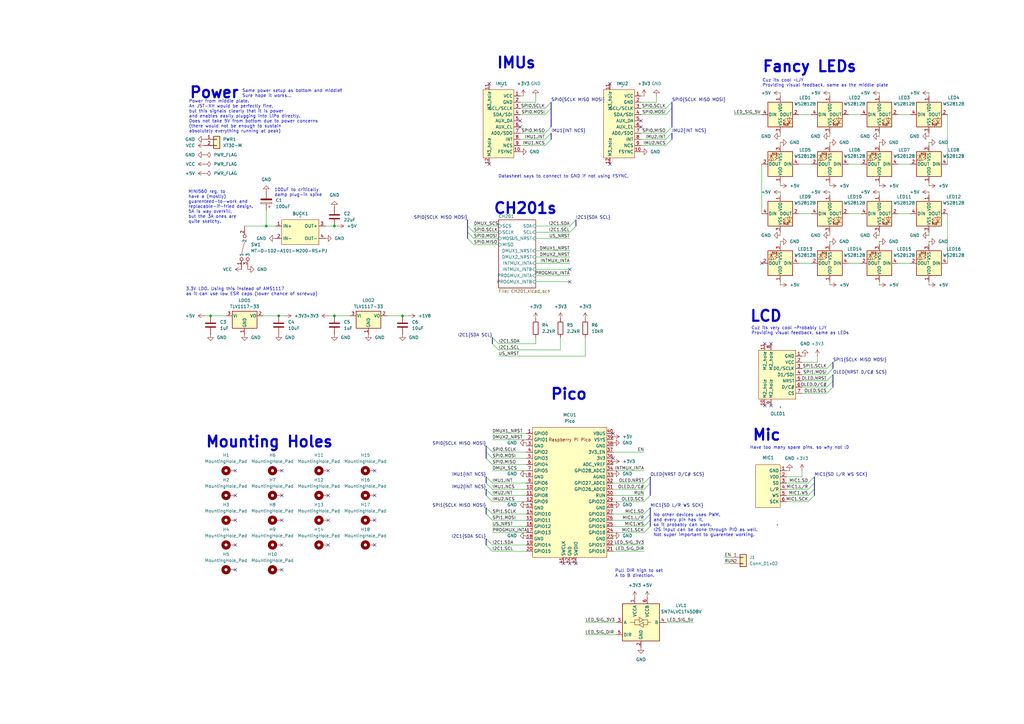
<source format=kicad_sch>
(kicad_sch (version 20231120) (generator "eeschema") (generator_version "8.0")
  (paper "A3")
  (junction (at 137.16 129.54))
  (junction (at 137.16 92.71))
  (junction (at 109.22 92.71))
  (junction (at 165.1 129.54))
  (junction (at 86.36 129.54))
  (junction (at 114.3 129.54))
  (no_connect (at 115.57 193.04))
  (no_connect (at 153.67 213.36))
  (no_connect (at 96.52 213.36))
  (no_connect (at 134.62 203.2))
  (no_connect (at 153.67 193.04))
  (no_connect (at 200.66 34.29))
  (no_connect (at 233.68 115.57))
  (no_connect (at 312.42 107.95))
  (no_connect (at 213.36 49.53))
  (no_connect (at 115.57 223.52))
  (no_connect (at 251.46 187.96))
  (no_connect (at 316.23 140.97))
  (no_connect (at 96.52 203.2))
  (no_connect (at 236.22 231.14))
  (no_connect (at 233.68 231.14))
  (no_connect (at 96.52 223.52))
  (no_connect (at 153.67 203.2))
  (no_connect (at 313.69 140.97))
  (no_connect (at 250.19 34.29))
  (no_connect (at 134.62 193.04))
  (no_connect (at 115.57 203.2))
  (no_connect (at 115.57 213.36))
  (no_connect (at 262.89 49.53))
  (no_connect (at 200.66 67.31))
  (no_connect (at 96.52 193.04))
  (no_connect (at 153.67 223.52))
  (no_connect (at 251.46 177.8))
  (no_connect (at 233.68 110.49))
  (no_connect (at 134.62 223.52))
  (no_connect (at 231.14 231.14))
  (no_connect (at 134.62 213.36))
  (no_connect (at 213.36 52.07))
  (no_connect (at 316.23 166.37))
  (no_connect (at 262.89 52.07))
  (no_connect (at 115.57 233.68))
  (no_connect (at 96.52 233.68))
  (no_connect (at 250.19 67.31))
  (no_connect (at 313.69 166.37))
  (bus_entry (at 341.63 148.59) (size -2.54 2.54))
  (bus_entry (at 199.39 210.82) (size 2.54 2.54))
  (bus_entry (at 334.01 198.12) (size -2.54 2.54))
  (bus_entry (at 226.06 41.91) (size -2.54 2.54))
  (bus_entry (at 275.59 41.91) (size -2.54 2.54))
  (bus_entry (at 199.39 200.66) (size 2.54 2.54))
  (bus_entry (at 226.06 52.07) (size -2.54 2.54))
  (bus_entry (at 199.39 198.12) (size 2.54 2.54))
  (bus_entry (at 199.39 203.2) (size 2.54 2.54))
  (bus_entry (at 199.39 187.96) (size 2.54 2.54))
  (bus_entry (at 275.59 57.15) (size -2.54 2.54))
  (bus_entry (at 275.59 44.45) (size -2.54 2.54))
  (bus_entry (at 236.22 92.71) (size -2.54 2.54))
  (bus_entry (at 201.93 140.97) (size 2.54 2.54))
  (bus_entry (at 339.09 161.29) (size 2.54 -2.54))
  (bus_entry (at 266.7 208.28) (size -2.54 2.54))
  (bus_entry (at 275.59 52.07) (size -2.54 2.54))
  (bus_entry (at 264.16 198.12) (size 2.54 -2.54))
  (bus_entry (at 199.39 223.52) (size 2.54 2.54))
  (bus_entry (at 226.06 54.61) (size -2.54 2.54))
  (bus_entry (at 264.16 200.66) (size 2.54 -2.54))
  (bus_entry (at 199.39 195.58) (size 2.54 2.54))
  (bus_entry (at 341.63 151.13) (size -2.54 2.54))
  (bus_entry (at 226.06 57.15) (size -2.54 2.54))
  (bus_entry (at 266.7 215.9) (size -2.54 2.54))
  (bus_entry (at 191.77 92.71) (size 2.54 2.54))
  (bus_entry (at 266.7 213.36) (size -2.54 2.54))
  (bus_entry (at 226.06 44.45) (size -2.54 2.54))
  (bus_entry (at 264.16 205.74) (size 2.54 -2.54))
  (bus_entry (at 199.39 182.88) (size 2.54 2.54))
  (bus_entry (at 191.77 97.79) (size 2.54 2.54))
  (bus_entry (at 199.39 185.42) (size 2.54 2.54))
  (bus_entry (at 266.7 210.82) (size -2.54 2.54))
  (bus_entry (at 339.09 156.21) (size 2.54 -2.54))
  (bus_entry (at 191.77 95.25) (size 2.54 2.54))
  (bus_entry (at 275.59 54.61) (size -2.54 2.54))
  (bus_entry (at 201.93 138.43) (size 2.54 2.54))
  (bus_entry (at 236.22 90.17) (size -2.54 2.54))
  (bus_entry (at 334.01 195.58) (size -2.54 2.54))
  (bus_entry (at 334.01 203.2) (size -2.54 2.54))
  (bus_entry (at 339.09 158.75) (size 2.54 -2.54))
  (bus_entry (at 334.01 200.66) (size -2.54 2.54))
  (bus_entry (at 199.39 208.28) (size 2.54 2.54))
  (bus_entry (at 199.39 220.98) (size 2.54 2.54))
  (wire (pts (xy 381 99.06) (xy 381 100.33)))
  (wire (pts (xy 213.36 54.61) (xy 223.52 54.61)))
  (wire (pts (xy 251.46 207.01) (xy 251.46 208.28)))
  (bus (pts (xy 275.59 54.61) (xy 275.59 57.15)))
  (wire (pts (xy 340.36 116.84) (xy 340.36 115.57)))
  (wire (pts (xy 201.93 180.34) (xy 215.9 180.34)))
  (wire (pts (xy 194.31 92.71) (xy 204.47 92.71)))
  (wire (pts (xy 251.46 218.44) (xy 264.16 218.44)))
  (wire (pts (xy 381 78.74) (xy 381 80.01)))
  (wire (pts (xy 320.04 99.06) (xy 320.04 100.33)))
  (wire (pts (xy 83.82 129.54) (xy 86.36 129.54)))
  (wire (pts (xy 109.22 92.71) (xy 113.03 92.71)))
  (wire (pts (xy 327.66 87.63) (xy 332.74 87.63)))
  (wire (pts (xy 201.93 203.2) (xy 215.9 203.2)))
  (wire (pts (xy 219.71 95.25) (xy 233.68 95.25)))
  (wire (pts (xy 251.46 185.42) (xy 264.16 185.42)))
  (wire (pts (xy 320.04 96.52) (xy 320.04 95.25)))
  (wire (pts (xy 340.36 99.06) (xy 340.36 100.33)))
  (wire (pts (xy 219.71 92.71) (xy 233.68 92.71)))
  (wire (pts (xy 320.04 76.2) (xy 320.04 74.93)))
  (wire (pts (xy 215.9 226.06) (xy 201.93 226.06)))
  (wire (pts (xy 251.46 205.74) (xy 264.16 205.74)))
  (wire (pts (xy 251.46 203.2) (xy 264.16 203.2)))
  (wire (pts (xy 323.85 193.04) (xy 322.58 193.04)))
  (wire (pts (xy 201.93 210.82) (xy 215.9 210.82)))
  (wire (pts (xy 360.68 55.88) (xy 360.68 54.61)))
  (wire (pts (xy 240.03 260.35) (xy 252.73 260.35)))
  (bus (pts (xy 341.63 148.59) (xy 341.63 151.13)))
  (wire (pts (xy 219.71 41.91) (xy 219.71 39.37)))
  (wire (pts (xy 360.68 116.84) (xy 360.68 115.57)))
  (wire (pts (xy 328.93 151.13) (xy 339.09 151.13)))
  (wire (pts (xy 204.47 140.97) (xy 219.71 140.97)))
  (wire (pts (xy 322.58 203.2) (xy 331.47 203.2)))
  (bus (pts (xy 191.77 90.17) (xy 191.77 92.71)))
  (wire (pts (xy 332.74 107.95) (xy 327.66 107.95)))
  (bus (pts (xy 199.39 182.88) (xy 199.39 185.42)))
  (wire (pts (xy 360.68 76.2) (xy 360.68 74.93)))
  (bus (pts (xy 334.01 195.58) (xy 334.01 198.12)))
  (wire (pts (xy 347.98 87.63) (xy 353.06 87.63)))
  (wire (pts (xy 368.3 46.99) (xy 373.38 46.99)))
  (wire (pts (xy 360.68 96.52) (xy 360.68 95.25)))
  (wire (pts (xy 86.36 129.54) (xy 92.71 129.54)))
  (wire (pts (xy 251.46 189.23) (xy 251.46 190.5)))
  (bus (pts (xy 191.77 92.71) (xy 191.77 95.25)))
  (wire (pts (xy 297.18 228.6) (xy 299.72 228.6)))
  (wire (pts (xy 335.28 148.59) (xy 335.28 146.05)))
  (wire (pts (xy 262.89 57.15) (xy 273.05 57.15)))
  (wire (pts (xy 215.9 182.88) (xy 215.9 181.61)))
  (wire (pts (xy 213.36 41.91) (xy 219.71 41.91)))
  (wire (pts (xy 219.71 110.49) (xy 233.68 110.49)))
  (wire (pts (xy 219.71 115.57) (xy 233.68 115.57)))
  (wire (pts (xy 219.71 138.43) (xy 219.71 140.97)))
  (bus (pts (xy 226.06 44.45) (xy 226.06 52.07)))
  (wire (pts (xy 328.93 195.58) (xy 328.93 193.04)))
  (wire (pts (xy 251.46 193.04) (xy 264.16 193.04)))
  (wire (pts (xy 219.71 113.03) (xy 233.68 113.03)))
  (wire (pts (xy 297.18 231.14) (xy 299.72 231.14)))
  (wire (pts (xy 201.93 177.8) (xy 215.9 177.8)))
  (bus (pts (xy 341.63 156.21) (xy 341.63 158.75)))
  (wire (pts (xy 340.36 78.74) (xy 340.36 80.01)))
  (wire (pts (xy 201.93 218.44) (xy 215.9 218.44)))
  (wire (pts (xy 328.93 156.21) (xy 339.09 156.21)))
  (wire (pts (xy 300.99 46.99) (xy 312.42 46.99)))
  (wire (pts (xy 347.98 46.99) (xy 353.06 46.99)))
  (wire (pts (xy 251.46 210.82) (xy 264.16 210.82)))
  (bus (pts (xy 266.7 208.28) (xy 266.7 210.82)))
  (wire (pts (xy 320.04 78.74) (xy 320.04 80.01)))
  (wire (pts (xy 368.3 87.63) (xy 373.38 87.63)))
  (bus (pts (xy 226.06 54.61) (xy 226.06 57.15)))
  (wire (pts (xy 213.36 57.15) (xy 223.52 57.15)))
  (wire (pts (xy 388.62 87.63) (xy 388.62 107.95)))
  (bus (pts (xy 226.06 41.91) (xy 226.06 44.45)))
  (bus (pts (xy 199.39 200.66) (xy 199.39 203.2)))
  (bus (pts (xy 266.7 195.58) (xy 266.7 198.12)))
  (bus (pts (xy 266.7 213.36) (xy 266.7 215.9)))
  (wire (pts (xy 114.3 129.54) (xy 116.84 129.54)))
  (wire (pts (xy 340.36 58.42) (xy 340.36 59.69)))
  (bus (pts (xy 199.39 195.58) (xy 199.39 198.12)))
  (wire (pts (xy 204.47 143.51) (xy 229.87 143.51)))
  (wire (pts (xy 107.95 129.54) (xy 114.3 129.54)))
  (wire (pts (xy 353.06 107.95) (xy 347.98 107.95)))
  (wire (pts (xy 100.33 92.71) (xy 109.22 92.71)))
  (wire (pts (xy 109.22 86.36) (xy 109.22 92.71)))
  (wire (pts (xy 328.93 148.59) (xy 335.28 148.59)))
  (wire (pts (xy 381 55.88) (xy 381 54.61)))
  (bus (pts (xy 334.01 198.12) (xy 334.01 200.66)))
  (wire (pts (xy 381 58.42) (xy 381 59.69)))
  (wire (pts (xy 340.36 76.2) (xy 340.36 74.93)))
  (wire (pts (xy 201.93 213.36) (xy 215.9 213.36)))
  (wire (pts (xy 219.71 107.95) (xy 233.68 107.95)))
  (wire (pts (xy 320.04 55.88) (xy 320.04 54.61)))
  (wire (pts (xy 322.58 198.12) (xy 331.47 198.12)))
  (wire (pts (xy 251.46 194.31) (xy 251.46 195.58)))
  (wire (pts (xy 201.93 200.66) (xy 215.9 200.66)))
  (bus (pts (xy 236.22 90.17) (xy 236.22 92.71)))
  (bus (pts (xy 201.93 138.43) (xy 201.93 140.97)))
  (wire (pts (xy 134.62 129.54) (xy 137.16 129.54)))
  (wire (pts (xy 340.36 96.52) (xy 340.36 95.25)))
  (wire (pts (xy 328.93 158.75) (xy 339.09 158.75)))
  (wire (pts (xy 165.1 129.54) (xy 167.64 129.54)))
  (wire (pts (xy 201.93 185.42) (xy 215.9 185.42)))
  (wire (pts (xy 194.31 97.79) (xy 204.47 97.79)))
  (wire (pts (xy 381 96.52) (xy 381 95.25)))
  (wire (pts (xy 262.89 39.37) (xy 264.16 39.37)))
  (wire (pts (xy 262.89 41.91) (xy 269.24 41.91)))
  (wire (pts (xy 251.46 200.66) (xy 264.16 200.66)))
  (wire (pts (xy 240.03 255.27) (xy 252.73 255.27)))
  (wire (pts (xy 201.93 193.04) (xy 215.9 193.04)))
  (wire (pts (xy 219.71 102.87) (xy 233.68 102.87)))
  (wire (pts (xy 381 76.2) (xy 381 74.93)))
  (wire (pts (xy 322.58 195.58) (xy 328.93 195.58)))
  (bus (pts (xy 275.59 41.91) (xy 275.59 44.45)))
  (bus (pts (xy 199.39 220.98) (xy 199.39 223.52)))
  (wire (pts (xy 251.46 226.06) (xy 264.16 226.06)))
  (bus (pts (xy 275.59 44.45) (xy 275.59 52.07)))
  (wire (pts (xy 194.31 100.33) (xy 204.47 100.33)))
  (bus (pts (xy 266.7 198.12) (xy 266.7 203.2)))
  (wire (pts (xy 330.2 146.05) (xy 328.93 146.05)))
  (wire (pts (xy 332.74 67.31) (xy 327.66 67.31)))
  (wire (pts (xy 320.04 58.42) (xy 320.04 59.69)))
  (wire (pts (xy 229.87 143.51) (xy 229.87 138.43)))
  (bus (pts (xy 199.39 185.42) (xy 199.39 187.96)))
  (wire (pts (xy 201.93 205.74) (xy 215.9 205.74)))
  (wire (pts (xy 262.89 44.45) (xy 273.05 44.45)))
  (wire (pts (xy 373.38 107.95) (xy 368.3 107.95)))
  (wire (pts (xy 213.36 59.69) (xy 223.52 59.69)))
  (wire (pts (xy 219.71 105.41) (xy 233.68 105.41)))
  (wire (pts (xy 340.36 55.88) (xy 340.36 54.61)))
  (wire (pts (xy 137.16 92.71) (xy 133.35 92.71)))
  (bus (pts (xy 334.01 200.66) (xy 334.01 203.2)))
  (wire (pts (xy 137.16 129.54) (xy 143.51 129.54)))
  (wire (pts (xy 269.24 41.91) (xy 269.24 39.37)))
  (wire (pts (xy 251.46 213.36) (xy 264.16 213.36)))
  (bus (pts (xy 199.39 208.28) (xy 199.39 210.82)))
  (wire (pts (xy 240.03 146.05) (xy 240.03 138.43)))
  (wire (pts (xy 251.46 215.9) (xy 264.16 215.9)))
  (wire (pts (xy 381 38.1) (xy 381 39.37)))
  (wire (pts (xy 201.93 187.96) (xy 215.9 187.96)))
  (wire (pts (xy 215.9 194.31) (xy 215.9 195.58)))
  (wire (pts (xy 320.04 116.84) (xy 320.04 115.57)))
  (wire (pts (xy 262.89 59.69) (xy 273.05 59.69)))
  (wire (pts (xy 328.93 161.29) (xy 339.09 161.29)))
  (wire (pts (xy 381 116.84) (xy 381 115.57)))
  (wire (pts (xy 273.05 255.27) (xy 284.48 255.27)))
  (bus (pts (xy 266.7 210.82) (xy 266.7 213.36)))
  (wire (pts (xy 251.46 179.07) (xy 251.46 180.34)))
  (wire (pts (xy 320.04 38.1) (xy 320.04 39.37)))
  (wire (pts (xy 251.46 223.52) (xy 264.16 223.52)))
  (wire (pts (xy 138.43 92.71) (xy 137.16 92.71)))
  (wire (pts (xy 213.36 46.99) (xy 223.52 46.99)))
  (wire (pts (xy 388.62 46.99) (xy 388.62 67.31)))
  (wire (pts (xy 340.36 38.1) (xy 340.36 39.37)))
  (wire (pts (xy 353.06 67.31) (xy 347.98 67.31)))
  (wire (pts (xy 215.9 219.71) (xy 215.9 220.98)))
  (wire (pts (xy 360.68 58.42) (xy 360.68 59.69)))
  (bus (pts (xy 191.77 95.25) (xy 191.77 97.79)))
  (wire (pts (xy 215.9 223.52) (xy 201.93 223.52)))
  (wire (pts (xy 262.89 54.61) (xy 273.05 54.61)))
  (wire (pts (xy 251.46 181.61) (xy 251.46 182.88)))
  (wire (pts (xy 328.93 153.67) (xy 339.09 153.67)))
  (wire (pts (xy 201.93 190.5) (xy 215.9 190.5)))
  (wire (pts (xy 327.66 46.99) (xy 332.74 46.99)))
  (wire (pts (xy 322.58 200.66) (xy 331.47 200.66)))
  (wire (pts (xy 312.42 67.31) (xy 312.42 87.63)))
  (wire (pts (xy 215.9 207.01) (xy 215.9 208.28)))
  (wire (pts (xy 194.31 95.25) (xy 204.47 95.25)))
  (wire (pts (xy 264.16 198.12) (xy 251.46 198.12)))
  (wire (pts (xy 373.38 67.31) (xy 368.3 67.31)))
  (wire (pts (xy 262.89 46.99) (xy 273.05 46.99)))
  (wire (pts (xy 213.36 44.45) (xy 223.52 44.45)))
  (wire (pts (xy 322.58 205.74) (xy 331.47 205.74)))
  (wire (pts (xy 213.36 39.37) (xy 214.63 39.37)))
  (wire (pts (xy 219.71 97.79) (xy 233.68 97.79)))
  (wire (pts (xy 158.75 129.54) (xy 165.1 129.54)))
  (wire (pts (xy 204.47 146.05) (xy 240.03 146.05)))
  (wire (pts (xy 251.46 219.71) (xy 251.46 220.98)))
  (wire (pts (xy 360.68 38.1) (xy 360.68 39.37)))
  (bus (pts (xy 341.63 153.67) (xy 341.63 156.21)))
  (wire (pts (xy 201.93 215.9) (xy 215.9 215.9)))
  (wire (pts (xy 201.93 198.12) (xy 215.9 198.12)))
  (wire (pts (xy 360.68 78.74) (xy 360.68 80.01)))
  (wire (pts (xy 360.68 99.06) (xy 360.68 100.33)))
  (text "CH201s" (at 202.184 85.598 0) (effects (font (size 4.445 4.445) (thickness 0.889) (bold yes)) (justify left)))
  (text "IMUs" (at 203.454 25.908 0) (effects (font (size 4.445 4.445) (thickness 0.889) (bold yes)) (justify left)))
  (text "No other devices uses PWM,\nand every pin has it,\nso it probably can work.\nI2S input can be done through PIO as well.\nNot super important to guarentee working." (at 267.97 215.392 0) (effects (font (size 1.27 1.27)) (justify left)))
  (text "MINI560 reg, to \nhave a (mostly) \nguarenteed-to-work and\nreplacable-if-fried design.\n5A is way overkill, \nbut the 3A ones are \nquite sketchy." (at 77.216 84.836 0) (effects (font (size 1.27 1.27)) (justify left)))
  (text "Same power setup as bottom and middle!\nSure hope it works..." (at 99.314 38.354 0) (effects (font (size 1.27 1.27)) (justify left)))
  (text "Cuz its very cool ~Probably LJY\nProviding visual feedback, same as LEDs" (at 308.102 135.636 0) (effects (font (size 1.27 1.27)) (justify left)))
  (text "Fancy LEDs" (at 312.42 27.432 0) (effects (font (size 4.445 4.445) (thickness 0.889) (bold yes)) (justify left)))
  (text "3.3V LDO. Using this instead of AMS1117\nas it can use low ESR caps (lower chance of screwup)" (at 76.2 119.634 0) (effects (font (size 1.27 1.27)) (justify left)))
  (text "Datasheet says to connect to GND if not using FSYNC." (at 231.14 72.39 0) (effects (font (size 1.27 1.27))))
  (text "Pull DIR high to set\nA to B direction." (at 252.222 235.204 0) (effects (font (size 1.27 1.27)) (justify left)))
  (text "Have too many spare pins, so why not :D" (at 307.594 183.642 0) (effects (font (size 1.27 1.27)) (justify left)))
  (text "Cuz its cool ~LJY\nProviding visual feedback, same as the middle plate" (at 312.674 34.036 0) (effects (font (size 1.27 1.27)) (justify left)))
  (text "Power" (at 77.47 38.1 0) (effects (font (size 4.445 4.445) (thickness 0.889) (bold yes)) (justify left)))
  (text "Pico" (at 225.552 161.798 0) (effects (font (size 4.445 4.445) (thickness 0.889) (bold yes)) (justify left)))
  (text "Power from middle plate.\nAn JST-XH would be perfectly fine,\nbut this signals clearly that it is power\nand enables easily plugging into LiPo directly.\nDoes not take 5V from bottom due to power concerns\n(there would not be enough to sustain\nabsolutely everything running at peak)" (at 77.47 47.752 0) (effects (font (size 1.27 1.27)) (justify left)))
  (text "100uF to critically\ndamp plug-in spike" (at 112.522 78.994 0) (effects (font (size 1.27 1.27)) (justify left)))
  (text "Mic" (at 308.356 178.562 0) (effects (font (size 4.445 4.445) (thickness 0.889) (bold yes)) (justify left)))
  (text "LCD" (at 307.34 129.794 0) (effects (font (size 4.445 4.445) (thickness 0.889) (bold yes)) (justify left)))
  (text "Mounting Holes" (at 110.49 181.356 0) (effects (font (size 4.445 4.445) (thickness 0.889) (bold yes))))
  (label "PROGMUX_INTA" (at 233.68 113.03 180))
  (label "SPI1.MOSI" (at 201.93 213.36 0))
  (label "MIC1{SD L{slash}R WS SCK}" (at 334.01 195.58 0))
  (label "SPI0.SCLK" (at 223.52 44.45 180))
  (label "IMU1{INT NCS}" (at 226.06 54.61 0))
  (label "DMUX1_NRST" (at 201.93 177.8 0))
  (label "IMU1.NCS" (at 201.93 200.66 0))
  (label "SPI0.MOSI" (at 273.05 46.99 180))
  (label "SPI0.MISO" (at 201.93 190.5 0))
  (label "LED_SIG_3V3" (at 240.03 255.27 0))
  (label "I2C1.SCL" (at 201.93 226.06 0))
  (label "DMUX2_NRST" (at 233.68 105.41 180))
  (label "DMUX1_NRST" (at 233.68 102.87 180))
  (label "I2C1.SCL" (at 233.68 95.25 180))
  (label "US_NRST" (at 204.47 146.05 0))
  (label "LED_SIG_DIR" (at 264.16 226.06 180))
  (label "EN" (at 297.18 228.6 0))
  (label "SPI0.MISO" (at 273.05 54.61 180))
  (label "INTMUX_INTA" (at 264.16 193.04 180))
  (label "SPI0.SCLK" (at 194.31 95.25 0))
  (label "SPI1.SCLK" (at 201.93 210.82 0))
  (label "OLED.NRST" (at 264.16 198.12 180))
  (label "OLED.SCS" (at 339.09 161.29 180))
  (label "MIC1.WS" (at 264.16 215.9 180))
  (label "LED_SIG_DIR" (at 240.03 260.35 0))
  (label "SPI1{SCLK MISO MOSI}" (at 341.63 148.59 0))
  (label "I2C1{SDA SCL}" (at 199.39 220.98 180))
  (label "DMUX_SCS" (at 201.93 193.04 0))
  (label "MIC1.SCK" (at 264.16 218.44 180))
  (label "SPI1.SCLK" (at 339.09 151.13 180))
  (label "I2C1.SDA" (at 233.68 92.71 180))
  (label "LED_SIG_5V" (at 284.48 255.27 180))
  (label "IMU2.INT" (at 201.93 203.2 0))
  (label "DMUX2_NRST" (at 201.93 180.34 0))
  (label "EN" (at 264.16 185.42 180))
  (label "SPI0{SCLK MISO MOSI}" (at 226.06 41.91 0))
  (label "IMU2.NCS" (at 201.93 205.74 0))
  (label "OLED{NRST D{slash}C# SCS}" (at 341.63 153.67 0))
  (label "RUN" (at 297.18 231.14 0))
  (label "I2C1{SDA SCL}" (at 201.93 138.43 180))
  (label "IMU2{INT NCS}" (at 275.59 54.61 0))
  (label "IMU1.INT" (at 223.52 57.15 180))
  (label "SPI0{SCLK MISO MOSI}" (at 275.59 41.91 0))
  (label "SPI0.SCLK" (at 273.05 44.45 180))
  (label "IMU1{INT NCS}" (at 199.39 195.58 180))
  (label "SPI0{SCLK MISO MOSI}" (at 191.77 90.17 180))
  (label "I2C1{SDA SCL}" (at 236.22 90.17 0))
  (label "I2C1.SDA" (at 204.47 140.97 0))
  (label "SPI0.MOSI" (at 223.52 46.99 180))
  (label "MIC1{SD L{slash}R WS SCK}" (at 266.7 208.28 0))
  (label "MIC1.SCK" (at 331.47 205.74 180))
  (label "IMU1.NCS" (at 223.52 59.69 180))
  (label "OLED.SCS" (at 264.16 205.74 180))
  (label "OLED{NRST D{slash}C# SCS}" (at 266.7 195.58 0))
  (label "OLED.D{slash}C#" (at 264.16 200.66 180))
  (label "IMU2{INT NCS}" (at 199.39 200.66 180))
  (label "SPI0.MISO" (at 194.31 100.33 0))
  (label "MIC1.WS" (at 331.47 203.2 180))
  (label "SPI0{SCLK MISO MOSI}" (at 199.39 182.88 180))
  (label "SPI0.MOSI" (at 201.93 187.96 0))
  (label "SPI1.MOSI" (at 339.09 153.67 180))
  (label "OLED.D{slash}C#" (at 339.09 158.75 180))
  (label "I2C1.SDA" (at 201.93 223.52 0))
  (label "SPI0.MISO" (at 223.52 54.61 180))
  (label "DMUX_SCS" (at 194.31 92.71 0))
  (label "OLED.NRST" (at 339.09 156.21 180))
  (label "US_NRST" (at 201.93 215.9 0))
  (label "LED_SIG_3V3" (at 264.16 223.52 180))
  (label "I2C1.SCL" (at 204.47 143.51 0))
  (label "MIC1.L{slash}R" (at 331.47 200.66 180))
  (label "INTMUX_INTA" (at 233.68 107.95 180))
  (label "IMU1.INT" (at 201.93 198.12 0))
  (label "PROGMUX_INTA" (at 201.93 218.44 0))
  (label "IMU2.NCS" (at 273.05 59.69 180))
  (label "MIC1.L{slash}R" (at 264.16 213.36 180))
  (label "MIC1.SD" (at 264.16 210.82 180))
  (label "SPI1{SCLK MISO MOSI}" (at 199.39 208.28 180))
  (label "RUN" (at 264.16 203.2 180))
  (label "MIC1.SD" (at 331.47 198.12 180))
  (label "IMU2.INT" (at 273.05 57.15 180))
  (label "SPI0.MOSI" (at 194.31 97.79 0))
  (label "US_NRST" (at 233.68 97.79 180))
  (label "LED_SIG_5V" (at 300.99 46.99 0))
  (label "SPI0.SCLK" (at 201.93 185.42 0))
  (symbol (lib_id "power:+5V") (at 320.04 116.84 270) (unit 1)
    (property "Reference" "#PWR067" (effects (hide yes)))
    (property "Value" "+5V" (at 323.85 116.8401 90) (effects (justify left)))
    (property "Description" "Power symbol creates a global label with name \"+5V\"" (effects (hide yes)))
  )
  (symbol (lib_id "LED:WS2812B") (at 320.04 46.99 0) (unit 1)
    (property "Reference" "LED1" (at 330.2 40.0555 0))
    (property "Value" "WS2812B" (at 330.2 42.5955 0))
    (property "Footprint" "LED_SMD:LED_WS2812B_PLCC4_5.0x5.0mm_P3.2mm" (effects (hide yes)))
    (property "Datasheet" "https://cdn-shop.adafruit.com/datasheets/WS2812B.pdf" (effects (hide yes)))
    (property "Description" "RGB LED with integrated controller" (effects (hide yes)))
  )
  (symbol (lib_id "power:+5V") (at 320.04 38.1 90) (unit 1)
    (property "Reference" "#PWR060" (effects (hide yes)))
    (property "Value" "+5V" (at 316.23 38.0999 90) (effects (justify left)))
    (property "Description" "Power symbol creates a global label with name \"+5V\"" (effects (hide yes)))
  )
  (symbol (lib_id "power:+5V") (at 134.62 129.54 90) (unit 1)
    (property "Reference" "#PWR0122" (effects (hide yes)))
    (property "Value" "+3V3" (at 130.81 129.5399 90) (effects (justify left)))
    (property "Description" "Power symbol creates a global label with name \"+5V\"" (effects (hide yes)))
  )
  (symbol (lib_id "power:+3V3") (at 167.64 129.54 270) (unit 1)
    (property "Reference" "#PWR0126" (effects (hide yes)))
    (property "Value" "+1V8" (at 171.45 129.5399 90) (effects (justify left)))
    (property "Description" "Power symbol creates a global label with name \"+3V3\"" (effects (hide yes)))
  )
  (symbol (lib_id "GY-ICM20948V2:GY-ICM20948V2") (at 257.81 52.07 270) (unit 1)
    (property "Reference" "IMU2" (at 255.27 34.29 90))
    (property "Value" "~" (at 255.27 35.56 90))
  )
  (symbol (lib_id "Mechanical:MountingHole_Pad") (at 93.98 193.04 90) (unit 1) (exclude_from_sim yes) (in_bom no)
    (property "Reference" "H1" (at 92.71 186.69 90))
    (property "Value" "MountingHole_Pad" (at 92.71 189.23 90))
    (property "Footprint" "MountingHole:MountingHole_3.2mm_M3_Pad_Via" (effects (hide yes)))
    (property "Description" "Mounting Hole with connection" (effects (hide yes)))
  )
  (symbol (lib_id "Mechanical:MountingHole_Pad") (at 132.08 213.36 90) (unit 1) (exclude_from_sim yes) (in_bom no)
    (property "Reference" "H13" (at 130.81 207.01 90))
    (property "Value" "MountingHole_Pad" (at 130.81 209.55 90))
    (property "Footprint" "MountingHole:MountingHole_2.2mm_M2_Pad_Via" (effects (hide yes)))
    (property "Description" "Mounting Hole with connection" (effects (hide yes)))
  )
  (symbol (lib_id "LED:WS2812B") (at 381 46.99 0) (unit 1)
    (property "Reference" "LED4" (at 391.16 40.0555 0))
    (property "Value" "WS2812B" (at 391.16 42.5955 0))
    (property "Footprint" "LED_SMD:LED_WS2812B_PLCC4_5.0x5.0mm_P3.2mm" (effects (hide yes)))
    (property "Datasheet" "https://cdn-shop.adafruit.com/datasheets/WS2812B.pdf" (effects (hide yes)))
    (property "Description" "RGB LED with integrated controller" (effects (hide yes)))
  )
  (symbol (lib_id "power:+12V") (at 83.82 67.31 90) (unit 1)
    (property "Reference" "#PWR083" (effects (hide yes)))
    (property "Value" "VCC" (at 80.01 67.3099 90) (effects (justify left)))
    (property "Description" "Power symbol creates a global label with name \"+12V\"" (effects (hide yes)))
  )
  (symbol (lib_id "power:+3V3") (at 260.35 245.11 0) (unit 1)
    (property "Reference" "#PWR0119" (effects (hide yes)))
    (property "Value" "+3V3" (at 260.35 240.03 0))
    (property "Description" "Power symbol creates a global label with name \"+3V3\"" (effects (hide yes)))
  )
  (symbol (lib_id "Connector_Generic:Conn_01x02") (at 88.9 57.15 0) (unit 1)
    (property "Reference" "PWR1" (at 91.44 57.1499 0) (effects (justify left)))
    (property "Value" "XT30-M" (at 91.44 59.6899 0) (effects (justify left)))
    (property "Footprint" "Connector_AMASS:AMASS_XT30U-M_1x02_P5.0mm_Vertical" (effects (hide yes)))
    (property "Description" "Generic connector, single row, 01x02, script generated (kicad-library-utils/schlib/autogen/connector/)" (effects (hide yes)))
  )
  (symbol (lib_id "Device:C") (at 137.16 88.9 0) (mirror y) (unit 1)
    (property "Reference" "C2" (at 140.97 87.6299 0) (effects (justify right)))
    (property "Value" "22uF" (at 140.97 90.1699 0) (effects (justify right)))
    (property "Footprint" "PCM_Capacitor_SMD_AKL:C_1206_3216Metric_Pad1.33x1.80mm_HandSolder" (effects (hide yes)))
    (property "Description" "Unpolarized capacitor" (effects (hide yes)))
  )
  (symbol (lib_id "custom:mini360/560") (at 123.19 95.25 0) (unit 1)
    (property "Reference" "BUCK1" (at 123.19 87.63 0))
    (property "Value" "~" (at 123.19 88.9 0))
    (property "Footprint" "custom:mini560" (effects (hide yes)))
  )
  (symbol (lib_id "power:+12V") (at 99.06 110.49 90) (mirror x) (unit 1)
    (property "Reference" "#PWR093" (effects (hide yes)))
    (property "Value" "VCC" (at 95.25 110.4899 90) (effects (justify left)))
    (property "Description" "Power symbol creates a global label with name \"+12V\"" (effects (hide yes)))
  )
  (symbol (lib_id "power:+5V") (at 381 76.2 270) (unit 1)
    (property "Reference" "#PWR099" (effects (hide yes)))
    (property "Value" "+5V" (at 384.81 76.2001 90) (effects (justify left)))
    (property "Description" "Power symbol creates a global label with name \"+5V\"" (effects (hide yes)))
  )
  (symbol (lib_id "power:GND") (at 137.16 137.16 0) (mirror y) (unit 1)
    (property "Reference" "#PWR0123" (effects (hide yes)))
    (property "Value" "GND" (at 139.7 138.4299 0) (effects (justify right)))
    (property "Description" "Power symbol creates a global label with name \"GND\" , ground" (effects (hide yes)))
  )
  (symbol (lib_id "power:GND") (at 215.9 194.31 270) (unit 1)
    (property "Reference" "#PWR02" (effects (hide yes)))
    (property "Value" "GND" (at 212.09 194.3099 90) (effects (justify right)))
    (property "Description" "Power symbol creates a global label with name \"GND\" , ground" (effects (hide yes)))
  )
  (symbol (lib_id "power:GND") (at 251.46 181.61 90) (unit 1)
    (property "Reference" "#PWR06" (effects (hide yes)))
    (property "Value" "GND" (at 255.27 181.6099 90) (effects (justify right)))
    (property "Description" "Power symbol creates a global label with name \"GND\" , ground" (effects (hide yes)))
  )
  (symbol (lib_id "Mechanical:MountingHole_Pad") (at 113.03 223.52 90) (unit 1) (exclude_from_sim yes) (in_bom no)
    (property "Reference" "H9" (at 111.76 217.17 90))
    (property "Value" "MountingHole_Pad" (at 111.76 219.71 90))
    (property "Footprint" "MountingHole:MountingHole_2.2mm_M2_Pad_Via" (effects (hide yes)))
    (property "Description" "Mounting Hole with connection" (effects (hide yes)))
  )
  (symbol (lib_id "Mechanical:MountingHole_Pad") (at 151.13 193.04 90) (unit 1) (exclude_from_sim yes) (in_bom no)
    (property "Reference" "H15" (at 149.86 186.69 90))
    (property "Value" "MountingHole_Pad" (at 149.86 189.23 90))
    (property "Footprint" "MountingHole:MountingHole_3.2mm_M3_Pad_Via" (effects (hide yes)))
    (property "Description" "Mounting Hole with connection" (effects (hide yes)))
  )
  (symbol (lib_id "LED:WS2812B") (at 340.36 46.99 0) (unit 1)
    (property "Reference" "LED2" (at 350.52 40.0555 0))
    (property "Value" "WS2812B" (at 350.52 42.5955 0))
    (property "Footprint" "LED_SMD:LED_WS2812B_PLCC4_5.0x5.0mm_P3.2mm" (effects (hide yes)))
    (property "Datasheet" "https://cdn-shop.adafruit.com/datasheets/WS2812B.pdf" (effects (hide yes)))
    (property "Description" "RGB LED with integrated controller" (effects (hide yes)))
  )
  (symbol (lib_id "power:GND") (at 113.03 97.79 270) (mirror x) (unit 1)
    (property "Reference" "#PWR0104" (effects (hide yes)))
    (property "Value" "GND" (at 109.22 97.7899 90) (effects (justify right)))
    (property "Description" "Power symbol creates a global label with name \"GND\" , ground" (effects (hide yes)))
  )
  (symbol (lib_id "power:GND") (at 83.82 63.5 270) (unit 1)
    (property "Reference" "#PWR082" (effects (hide yes)))
    (property "Value" "GND" (at 80.01 63.4999 90) (effects (justify right)))
    (property "Description" "Power symbol creates a global label with name \"GND\" , ground" (effects (hide yes)))
  )
  (symbol (lib_id "power:+5V") (at 138.43 92.71 270) (mirror x) (unit 1)
    (property "Reference" "#PWR0107" (effects (hide yes)))
    (property "Value" "+5V" (at 142.24 92.7099 90) (effects (justify left)))
    (property "Description" "Power symbol creates a global label with name \"+5V\"" (effects (hide yes)))
  )
  (symbol (lib_id "power:PWR_FLAG") (at 83.82 71.12 270) (unit 1)
    (property "Reference" "#FLG03" (effects (hide yes)))
    (property "Value" "PWR_FLAG" (at 87.63 71.1199 90) (effects (justify left)))
    (property "Description" "Special symbol for telling ERC where power comes from" (effects (hide yes)))
  )
  (symbol (lib_id "power:GND") (at 340.36 58.42 90) (mirror x) (unit 1)
    (property "Reference" "#PWR074" (effects (hide yes)))
    (property "Value" "GND" (at 344.17 58.4201 90) (effects (justify right)))
    (property "Description" "Power symbol creates a global label with name \"GND\" , ground" (effects (hide yes)))
  )
  (symbol (lib_id "power:GND") (at 86.36 137.16 0) (mirror y) (unit 1)
    (property "Reference" "#PWR068" (effects (hide yes)))
    (property "Value" "GND" (at 88.9 138.4299 0) (effects (justify right)))
    (property "Description" "Power symbol creates a global label with name \"GND\" , ground" (effects (hide yes)))
  )
  (symbol (lib_id "Device:C_Polarized") (at 109.22 82.55 180) (unit 1)
    (property "Reference" "C1" (at 113.03 82.1689 0) (effects (justify right)))
    (property "Value" "100uF" (at 113.03 84.7089 0) (effects (justify right)))
    (property "Footprint" "Capacitor_SMD:CP_Elec_6.3x7.7" (effects (hide yes)))
    (property "Description" "Polarized capacitor" (effects (hide yes)))
  )
  (symbol (lib_id "power:GND") (at 165.1 137.16 0) (mirror y) (unit 1)
    (property "Reference" "#PWR0125" (effects (hide yes)))
    (property "Value" "GND" (at 167.64 138.4299 0) (effects (justify right)))
    (property "Description" "Power symbol creates a global label with name \"GND\" , ground" (effects (hide yes)))
  )
  (symbol (lib_id "power:GND") (at 320.04 99.06 90) (mirror x) (unit 1)
    (property "Reference" "#PWR066" (effects (hide yes)))
    (property "Value" "GND" (at 323.85 99.0601 90) (effects (justify right)))
    (property "Description" "Power symbol creates a global label with name \"GND\" , ground" (effects (hide yes)))
  )
  (symbol (lib_id "LED:WS2812B") (at 381 87.63 0) (unit 1)
    (property "Reference" "LED12" (at 391.16 80.6955 0))
    (property "Value" "WS2812B" (at 391.16 83.2355 0))
    (property "Footprint" "LED_SMD:LED_WS2812B_PLCC4_5.0x5.0mm_P3.2mm" (effects (hide yes)))
    (property "Datasheet" "https://cdn-shop.adafruit.com/datasheets/WS2812B.pdf" (effects (hide yes)))
    (property "Description" "RGB LED with integrated controller" (effects (hide yes)))
  )
  (symbol (lib_id "power:GND") (at 320.04 55.88 270) (mirror x) (unit 1)
    (property "Reference" "#PWR061" (effects (hide yes)))
    (property "Value" "GND" (at 316.23 55.8799 90) (effects (justify right)))
    (property "Description" "Power symbol creates a global label with name \"GND\" , ground" (effects (hide yes)))
  )
  (symbol (lib_id "Mechanical:MountingHole_Pad") (at 93.98 223.52 90) (unit 1) (exclude_from_sim yes) (in_bom no)
    (property "Reference" "H4" (at 92.71 217.17 90))
    (property "Value" "MountingHole_Pad" (at 92.71 219.71 90))
    (property "Footprint" "MountingHole:MountingHole_2.2mm_M2_Pad_Via" (effects (hide yes)))
    (property "Description" "Mounting Hole with connection" (effects (hide yes)))
  )
  (symbol (lib_id "power:+3V3") (at 335.28 146.05 0) (unit 1)
    (property "Reference" "#PWR0131" (effects (hide yes)))
    (property "Value" "+3V3" (at 335.28 140.97 0))
    (property "Description" "Power symbol creates a global label with name \"+3V3\"" (effects (hide yes)))
  )
  (symbol (lib_id "power:GND") (at 320.04 58.42 90) (mirror x) (unit 1)
    (property "Reference" "#PWR062" (effects (hide yes)))
    (property "Value" "GND" (at 323.85 58.4201 90) (effects (justify right)))
    (property "Description" "Power symbol creates a global label with name \"GND\" , ground" (effects (hide yes)))
  )
  (symbol (lib_id "power:GND") (at 251.46 207.01 90) (unit 1)
    (property "Reference" "#PWR09" (effects (hide yes)))
    (property "Value" "GND" (at 255.27 207.0099 90) (effects (justify right)))
    (property "Description" "Power symbol creates a global label with name \"GND\" , ground" (effects (hide yes)))
  )
  (symbol (lib_id "power:PWR_FLAG") (at 83.82 67.31 270) (unit 1)
    (property "Reference" "#FLG02" (effects (hide yes)))
    (property "Value" "PWR_FLAG" (at 87.63 67.3099 90) (effects (justify left)))
    (property "Description" "Special symbol for telling ERC where power comes from" (effects (hide yes)))
  )
  (symbol (lib_id "Logic_LevelTranslator:SN74LVC1T45DBV") (at 262.89 255.27 0) (unit 1)
    (property "Reference" "LVL1" (at 279.4 248.3355 0))
    (property "Value" "SN74LVC1T45DBV" (at 279.4 250.8755 0))
    (property "Footprint" "Package_TO_SOT_SMD:SOT-23-6" (effects (hide yes)))
    (property "Datasheet" "http://www.ti.com/lit/ds/symlink/sn74lvc1t45.pdf" (effects (hide yes)))
    (property "Description" "Single-Bit Dual-Supply Bus Transceiver With Configurable Voltage Translation and 3-State Outputs, SOT-23-6" (effects (hide yes)))
  )
  (symbol (lib_id "0.96-inch OLED 7-pin:0.96-inch_OLED_7-pin") (at 318.77 153.67 270) (unit 1)
    (property "Reference" "OLED1" (at 315.976 169.672 90) (effects (justify left)))
    (property "Value" "~" (at 320.04 166.37 0) (effects (justify left)))
    (property "Footprint" "0.96-inch_OLED_7-pin:0.96-inch_OLED_7-pin" (effects (hide yes)))
  )
  (symbol (lib_id "LED:WS2812B") (at 340.36 107.95 180) (unit 1)
    (property "Reference" "LED14" (at 350.52 102.1459 0))
    (property "Value" "WS2812B" (at 350.52 104.6859 0))
    (property "Footprint" "LED_SMD:LED_WS2812B_PLCC4_5.0x5.0mm_P3.2mm" (effects (hide yes)))
    (property "Datasheet" "https://cdn-shop.adafruit.com/datasheets/WS2812B.pdf" (effects (hide yes)))
    (property "Description" "RGB LED with integrated controller" (effects (hide yes)))
  )
  (symbol (lib_id "power:+5V") (at 340.36 78.74 90) (unit 1)
    (property "Reference" "#PWR076" (effects (hide yes)))
    (property "Value" "+5V" (at 336.55 78.7399 90) (effects (justify left)))
    (property "Description" "Power symbol creates a global label with name \"+5V\"" (effects (hide yes)))
  )
  (symbol (lib_id "power:GND") (at 340.36 55.88 270) (mirror x) (unit 1)
    (property "Reference" "#PWR073" (effects (hide yes)))
    (property "Value" "GND" (at 336.55 55.8799 90) (effects (justify right)))
    (property "Description" "Power symbol creates a global label with name \"GND\" , ground" (effects (hide yes)))
  )
  (symbol (lib_id "Device:R") (at 240.03 134.62 0) (unit 1)
    (property "Reference" "R6" (at 242.57 133.3499 0) (effects (justify left)))
    (property "Value" "10kR" (at 242.57 135.8899 0) (effects (justify left)))
    (property "Footprint" "PCM_Resistor_SMD_AKL:R_1206_3216Metric_Pad1.30x1.75mm_HandSolder" (effects (hide yes)))
    (property "Description" "Resistor" (effects (hide yes)))
  )
  (symbol (lib_id "Regulator_Linear:TLV1117-33") (at 151.13 129.54 0) (unit 1)
    (property "Reference" "LDO2" (at 151.13 123.19 0))
    (property "Value" "TLV1117-33" (at 151.13 125.73 0))
    (property "Footprint" "Package_TO_SOT_SMD:SOT-223-3_TabPin2" (effects (hide yes)))
    (property "Datasheet" "http://www.ti.com/lit/ds/symlink/tlv1117.pdf" (effects (hide yes)))
    (property "Description" "800mA Low-Dropout Linear Regulator, 3.3V fixed output, TO-220/TO-252/TO-263/SOT-223" (effects (hide yes)))
  )
  (symbol (lib_id "Mechanical:MountingHole_Pad") (at 93.98 233.68 90) (unit 1) (exclude_from_sim yes) (in_bom no)
    (property "Reference" "H5" (at 92.71 227.33 90))
    (property "Value" "MountingHole_Pad" (at 92.71 229.87 90))
    (property "Footprint" "MountingHole:MountingHole_2.2mm_M2_Pad_Via" (effects (hide yes)))
    (property "Description" "Mounting Hole with connection" (effects (hide yes)))
  )
  (symbol (lib_id "power:GND") (at 215.9 219.71 270) (unit 1)
    (property "Reference" "#PWR04" (effects (hide yes)))
    (property "Value" "GND" (at 212.09 219.7099 90) (effects (justify right)))
    (property "Description" "Power symbol creates a global label with name \"GND\" , ground" (effects (hide yes)))
  )
  (symbol (lib_id "LED:WS2812B") (at 360.68 67.31 180) (unit 1)
    (property "Reference" "LED7" (at 370.84 61.5059 0))
    (property "Value" "WS2812B" (at 370.84 64.0459 0))
    (property "Footprint" "LED_SMD:LED_WS2812B_PLCC4_5.0x5.0mm_P3.2mm" (effects (hide yes)))
    (property "Datasheet" "https://cdn-shop.adafruit.com/datasheets/WS2812B.pdf" (effects (hide yes)))
    (property "Description" "RGB LED with integrated controller" (effects (hide yes)))
  )
  (symbol (lib_id "power:GND") (at 133.35 97.79 90) (mirror x) (unit 1)
    (property "Reference" "#PWR0105" (effects (hide yes)))
    (property "Value" "GND" (at 137.16 97.7899 90) (effects (justify right)))
    (property "Description" "Power symbol creates a global label with name \"GND\" , ground" (effects (hide yes)))
  )
  (symbol (lib_id "power:+3V3") (at 328.93 193.04 0) (unit 1)
    (property "Reference" "#PWR0143" (effects (hide yes)))
    (property "Value" "+3V3" (at 328.93 187.96 0))
    (property "Description" "Power symbol creates a global label with name \"+3V3\"" (effects (hide yes)))
  )
  (symbol (lib_id "power:PWR_FLAG") (at 83.82 63.5 270) (unit 1)
    (property "Reference" "#FLG01" (effects (hide yes)))
    (property "Value" "PWR_FLAG" (at 87.63 63.4999 90) (effects (justify left)))
    (property "Description" "Special symbol for telling ERC where power comes from" (effects (hide yes)))
  )
  (symbol (lib_id "power:+1V8") (at 229.87 130.81 0) (unit 1)
    (property "Reference" "#PWR0138" (effects (hide yes)))
    (property "Value" "+3V3" (at 229.87 125.73 0))
    (property "Description" "Power symbol creates a global label with name \"+1V8\"" (effects (hide yes)))
  )
  (symbol (lib_id "Device:C") (at 114.3 133.35 180) (unit 1)
    (property "Reference" "C4" (at 118.11 132.0799 0) (effects (justify right)))
    (property "Value" "10uF" (at 118.11 134.6199 0) (effects (justify right)))
    (property "Footprint" "PCM_Capacitor_SMD_AKL:C_1206_3216Metric_Pad1.33x1.80mm_HandSolder" (effects (hide yes)))
    (property "Description" "Unpolarized capacitor" (effects (hide yes)))
  )
  (symbol (lib_id "Mechanical:MountingHole_Pad") (at 151.13 203.2 90) (unit 1) (exclude_from_sim yes) (in_bom no)
    (property "Reference" "H16" (at 149.86 196.85 90))
    (property "Value" "MountingHole_Pad" (at 149.86 199.39 90))
    (property "Footprint" "MountingHole:MountingHole_3.2mm_M3_Pad_Via" (effects (hide yes)))
    (property "Description" "Mounting Hole with connection" (effects (hide yes)))
  )
  (symbol (lib_id "Mechanical:MountingHole_Pad") (at 113.03 233.68 90) (unit 1) (exclude_from_sim yes) (in_bom no)
    (property "Reference" "H10" (at 111.76 227.33 90))
    (property "Value" "MountingHole_Pad" (at 111.76 229.87 90))
    (property "Footprint" "MountingHole:MountingHole_2.2mm_M2_Pad_Via" (effects (hide yes)))
    (property "Description" "Mounting Hole with connection" (effects (hide yes)))
  )
  (symbol (lib_id "power:GND") (at 381 99.06 90) (mirror x) (unit 1)
    (property "Reference" "#PWR0102" (effects (hide yes)))
    (property "Value" "GND" (at 384.81 99.0601 90) (effects (justify right)))
    (property "Description" "Power symbol creates a global label with name \"GND\" , ground" (effects (hide yes)))
  )
  (symbol (lib_id "power:+5V") (at 320.04 76.2 270) (unit 1)
    (property "Reference" "#PWR063" (effects (hide yes)))
    (property "Value" "+5V" (at 323.85 76.2001 90) (effects (justify left)))
    (property "Description" "Power symbol creates a global label with name \"+5V\"" (effects (hide yes)))
  )
  (symbol (lib_id "power:GND") (at 215.9 207.01 270) (unit 1)
    (property "Reference" "#PWR03" (effects (hide yes)))
    (property "Value" "GND" (at 212.09 207.0099 90) (effects (justify right)))
    (property "Description" "Power symbol creates a global label with name \"GND\" , ground" (effects (hide yes)))
  )
  (symbol (lib_id "power:+5V") (at 381 38.1 90) (unit 1)
    (property "Reference" "#PWR096" (effects (hide yes)))
    (property "Value" "+5V" (at 377.19 38.0999 90) (effects (justify left)))
    (property "Description" "Power symbol creates a global label with name \"+5V\"" (effects (hide yes)))
  )
  (symbol (lib_id "Device:R") (at 219.71 134.62 0) (unit 1)
    (property "Reference" "R4" (at 222.25 133.3499 0) (effects (justify left)))
    (property "Value" "2.2kR" (at 222.25 135.8899 0) (effects (justify left)))
    (property "Footprint" "PCM_Resistor_SMD_AKL:R_1206_3216Metric_Pad1.30x1.75mm_HandSolder" (effects (hide yes)))
    (property "Description" "Resistor" (effects (hide yes)))
  )
  (symbol (lib_id "power:GND") (at 100.33 137.16 0) (mirror y) (unit 1)
    (property "Reference" "#PWR069" (effects (hide yes)))
    (property "Value" "GND" (at 102.87 138.4299 0) (effects (justify right)))
    (property "Description" "Power symbol creates a global label with name \"GND\" , ground" (effects (hide yes)))
  )
  (symbol (lib_id "Mechanical:MountingHole_Pad") (at 93.98 203.2 90) (unit 1) (exclude_from_sim yes) (in_bom no)
    (property "Reference" "H2" (at 92.71 196.85 90))
    (property "Value" "MountingHole_Pad" (at 92.71 199.39 90))
    (property "Footprint" "MountingHole:MountingHole_3.2mm_M3_Pad_Via" (effects (hide yes)))
    (property "Description" "Mounting Hole with connection" (effects (hide yes)))
  )
  (symbol (lib_id "power:+5V") (at 381 116.84 270) (unit 1)
    (property "Reference" "#PWR0103" (effects (hide yes)))
    (property "Value" "+5V" (at 384.81 116.8401 90) (effects (justify left)))
    (property "Description" "Power symbol creates a global label with name \"+5V\"" (effects (hide yes)))
  )
  (symbol (lib_id "power:GND") (at 360.68 96.52 270) (mirror x) (unit 1)
    (property "Reference" "#PWR089" (effects (hide yes)))
    (property "Value" "GND" (at 356.87 96.5199 90) (effects (justify right)))
    (property "Description" "Power symbol creates a global label with name \"GND\" , ground" (effects (hide yes)))
  )
  (symbol (lib_id "power:GND") (at 381 55.88 270) (mirror x) (unit 1)
    (property "Reference" "#PWR097" (effects (hide yes)))
    (property "Value" "GND" (at 377.19 55.8799 90) (effects (justify right)))
    (property "Description" "Power symbol creates a global label with name \"GND\" , ground" (effects (hide yes)))
  )
  (symbol (lib_id "LED:WS2812B") (at 360.68 87.63 0) (unit 1)
    (property "Reference" "LED11" (at 370.84 80.6955 0))
    (property "Value" "WS2812B" (at 370.84 83.2355 0))
    (property "Footprint" "LED_SMD:LED_WS2812B_PLCC4_5.0x5.0mm_P3.2mm" (effects (hide yes)))
    (property "Datasheet" "https://cdn-shop.adafruit.com/datasheets/WS2812B.pdf" (effects (hide yes)))
    (property "Description" "RGB LED with integrated controller" (effects (hide yes)))
  )
  (symbol (lib_id "Device:C") (at 86.36 133.35 180) (unit 1)
    (property "Reference" "C3" (at 90.17 132.0799 0) (effects (justify right)))
    (property "Value" "1uF" (at 90.17 134.6199 0) (effects (justify right)))
    (property "Footprint" "PCM_Capacitor_SMD_AKL:C_1206_3216Metric_Pad1.33x1.80mm_HandSolder" (effects (hide yes)))
    (property "Description" "Unpolarized capacitor" (effects (hide yes)))
  )
  (symbol (lib_id "power:+5V") (at 320.04 78.74 90) (unit 1)
    (property "Reference" "#PWR064" (effects (hide yes)))
    (property "Value" "+5V" (at 316.23 78.7399 90) (effects (justify left)))
    (property "Description" "Power symbol creates a global label with name \"+5V\"" (effects (hide yes)))
  )
  (symbol (lib_id "power:+5V") (at 265.43 245.11 0) (unit 1)
    (property "Reference" "#PWR0121" (effects (hide yes)))
    (property "Value" "+5V" (at 265.43 240.03 0))
    (property "Description" "Power symbol creates a global label with name \"+5V\"" (effects (hide yes)))
  )
  (symbol (lib_id "Mechanical:MountingHole_Pad") (at 132.08 193.04 90) (unit 1) (exclude_from_sim yes) (in_bom no)
    (property "Reference" "H11" (at 130.81 186.69 90))
    (property "Value" "MountingHole_Pad" (at 130.81 189.23 90))
    (property "Footprint" "MountingHole:MountingHole_3.2mm_M3_Pad_Via" (effects (hide yes)))
    (property "Description" "Mounting Hole with connection" (effects (hide yes)))
  )
  (symbol (lib_id "power:GND") (at 215.9 181.61 270) (unit 1)
    (property "Reference" "#PWR01" (effects (hide yes)))
    (property "Value" "GND" (at 212.09 181.6099 90) (effects (justify right)))
    (property "Description" "Power symbol creates a global label with name \"GND\" , ground" (effects (hide yes)))
  )
  (symbol (lib_id "power:GND") (at 109.22 78.74 180) (unit 1)
    (property "Reference" "#PWR095" (effects (hide yes)))
    (property "Value" "GND" (at 109.22 73.66 0))
    (property "Description" "Power symbol creates a global label with name \"GND\" , ground" (effects (hide yes)))
  )
  (symbol (lib_id "power:GND") (at 381 96.52 270) (mirror x) (unit 1)
    (property "Reference" "#PWR0101" (effects (hide yes)))
    (property "Value" "GND" (at 377.19 96.5199 90) (effects (justify right)))
    (property "Description" "Power symbol creates a global label with name \"GND\" , ground" (effects (hide yes)))
  )
  (symbol (lib_id "power:GND") (at 219.71 39.37 180) (unit 1)
    (property "Reference" "#PWR0129" (effects (hide yes)))
    (property "Value" "GND" (at 219.71 34.29 0))
    (property "Description" "Power symbol creates a global label with name \"GND\" , ground" (effects (hide yes)))
  )
  (symbol (lib_id "power:+5V") (at 251.46 179.07 270) (unit 1)
    (property "Reference" "#PWR05" (effects (hide yes)))
    (property "Value" "+5V" (at 255.27 179.0699 90) (effects (justify left)))
    (property "Description" "Power symbol creates a global label with name \"+5V\"" (effects (hide yes)))
  )
  (symbol (lib_id "Regulator_Linear:TLV1117-33") (at 100.33 129.54 0) (unit 1)
    (property "Reference" "LDO1" (at 100.33 123.19 0))
    (property "Value" "TLV1117-33" (at 100.33 125.73 0))
    (property "Footprint" "Package_TO_SOT_SMD:SOT-223-3_TabPin2" (effects (hide yes)))
    (property "Datasheet" "http://www.ti.com/lit/ds/symlink/tlv1117.pdf" (effects (hide yes)))
    (property "Description" "800mA Low-Dropout Linear Regulator, 3.3V fixed output, TO-220/TO-252/TO-263/SOT-223" (effects (hide yes)))
  )
  (symbol (lib_id "power:+5V") (at 340.36 116.84 270) (unit 1)
    (property "Reference" "#PWR079" (effects (hide yes)))
    (property "Value" "+5V" (at 344.17 116.8401 90) (effects (justify left)))
    (property "Description" "Power symbol creates a global label with name \"+5V\"" (effects (hide yes)))
  )
  (symbol (lib_id "LED:WS2812B") (at 360.68 107.95 180) (unit 1)
    (property "Reference" "LED15" (at 370.84 102.1459 0))
    (property "Value" "WS2812B" (at 370.84 104.6859 0))
    (property "Footprint" "LED_SMD:LED_WS2812B_PLCC4_5.0x5.0mm_P3.2mm" (effects (hide yes)))
    (property "Datasheet" "https://cdn-shop.adafruit.com/datasheets/WS2812B.pdf" (effects (hide yes)))
    (property "Description" "RGB LED with integrated controller" (effects (hide yes)))
  )
  (symbol (lib_id "LED:WS2812B") (at 340.36 67.31 180) (unit 1)
    (property "Reference" "LED6" (at 350.52 61.5059 0))
    (property "Value" "WS2812B" (at 350.52 64.0459 0))
    (property "Footprint" "LED_SMD:LED_WS2812B_PLCC4_5.0x5.0mm_P3.2mm" (effects (hide yes)))
    (property "Datasheet" "https://cdn-shop.adafruit.com/datasheets/WS2812B.pdf" (effects (hide yes)))
    (property "Description" "RGB LED with integrated controller" (effects (hide yes)))
  )
  (symbol (lib_id "power:GND") (at 320.04 96.52 270) (mirror x) (unit 1)
    (property "Reference" "#PWR065" (effects (hide yes)))
    (property "Value" "GND" (at 316.23 96.5199 90) (effects (justify right)))
    (property "Description" "Power symbol creates a global label with name \"GND\" , ground" (effects (hide yes)))
  )
  (symbol (lib_id "Device:C") (at 165.1 133.35 180) (unit 1)
    (property "Reference" "C6" (at 168.91 132.0799 0) (effects (justify right)))
    (property "Value" "10uF" (at 168.91 134.6199 0) (effects (justify right)))
    (property "Footprint" "PCM_Capacitor_SMD_AKL:C_1206_3216Metric_Pad1.33x1.80mm_HandSolder" (effects (hide yes)))
    (property "Description" "Unpolarized capacitor" (effects (hide yes)))
  )
  (symbol (lib_id "power:+3V3") (at 214.63 39.37 0) (unit 1)
    (property "Reference" "#PWR0128" (effects (hide yes)))
    (property "Value" "+3V3" (at 214.63 34.29 0))
    (property "Description" "Power symbol creates a global label with name \"+3V3\"" (effects (hide yes)))
  )
  (symbol (lib_id "Device:R") (at 229.87 134.62 0) (unit 1)
    (property "Reference" "R5" (at 232.41 133.3499 0) (effects (justify left)))
    (property "Value" "2.2kR" (at 232.41 135.8899 0) (effects (justify left)))
    (property "Footprint" "PCM_Resistor_SMD_AKL:R_1206_3216Metric_Pad1.30x1.75mm_HandSolder" (effects (hide yes)))
    (property "Description" "Resistor" (effects (hide yes)))
  )
  (symbol (lib_id "power:GND") (at 340.36 96.52 270) (mirror x) (unit 1)
    (property "Reference" "#PWR077" (effects (hide yes)))
    (property "Value" "GND" (at 336.55 96.5199 90) (effects (justify right)))
    (property "Description" "Power symbol creates a global label with name \"GND\" , ground" (effects (hide yes)))
  )
  (symbol (lib_id "power:+5V") (at 340.36 76.2 270) (unit 1)
    (property "Reference" "#PWR075" (effects (hide yes)))
    (property "Value" "+5V" (at 344.17 76.2001 90) (effects (justify left)))
    (property "Description" "Power symbol creates a global label with name \"+5V\"" (effects (hide yes)))
  )
  (symbol (lib_id "LED:WS2812B") (at 360.68 46.99 0) (unit 1)
    (property "Reference" "LED3" (at 370.84 40.0555 0))
    (property "Value" "WS2812B" (at 370.84 42.5955 0))
    (property "Footprint" "LED_SMD:LED_WS2812B_PLCC4_5.0x5.0mm_P3.2mm" (effects (hide yes)))
    (property "Datasheet" "https://cdn-shop.adafruit.com/datasheets/WS2812B.pdf" (effects (hide yes)))
    (property "Description" "RGB LED with integrated controller" (effects (hide yes)))
  )
  (symbol (lib_id "power:GND") (at 114.3 137.16 0) (mirror y) (unit 1)
    (property "Reference" "#PWR070" (effects (hide yes)))
    (property "Value" "GND" (at 116.84 138.4299 0) (effects (justify right)))
    (property "Description" "Power symbol creates a global label with name \"GND\" , ground" (effects (hide yes)))
  )
  (symbol (lib_id "EasyEDA:MT-0-102-A101-M200-RS+PJ") (at 101.6 102.87 270) (unit 1)
    (property "Reference" "SW1" (at 102.87 100.3299 90) (effects (justify left)))
    (property "Value" "MT-0-102-A101-M200-RS+PJ" (at 102.87 102.8699 90) (effects (justify left)))
    (property "Footprint" "EasyEDA:SW-TH_MT-0-103-A101-M200-RS" (effects (hide yes)))
    (property "LCSC Part" "C1788492" (effects (hide yes)))
  )
  (symbol (lib_id "power:+5V") (at 381 78.74 90) (unit 1)
    (property "Reference" "#PWR0100" (effects (hide yes)))
    (property "Value" "+5V" (at 377.19 78.7399 90) (effects (justify left)))
    (property "Description" "Power symbol creates a global label with name \"+5V\"" (effects (hide yes)))
  )
  (symbol (lib_id "power:GND") (at 137.16 85.09 180) (unit 1)
    (property "Reference" "#PWR0106" (effects (hide yes)))
    (property "Value" "GND" (at 137.16 80.01 0))
    (property "Description" "Power symbol creates a global label with name \"GND\" , ground" (effects (hide yes)))
  )
  (symbol (lib_id "power:GND") (at 213.36 62.23 90) (unit 1)
    (property "Reference" "#PWR0140" (effects (hide yes)))
    (property "Value" "GND" (at 217.17 62.2299 90) (effects (justify right)))
    (property "Description" "Power symbol creates a global label with name \"GND\" , ground" (effects (hide yes)))
  )
  (symbol (lib_id "power:GND") (at 360.68 58.42 90) (mirror x) (unit 1)
    (property "Reference" "#PWR086" (effects (hide yes)))
    (property "Value" "GND" (at 364.49 58.4201 90) (effects (justify right)))
    (property "Description" "Power symbol creates a global label with name \"GND\" , ground" (effects (hide yes)))
  )
  (symbol (lib_id "Mechanical:MountingHole_Pad") (at 113.03 213.36 90) (unit 1) (exclude_from_sim yes) (in_bom no)
    (property "Reference" "H8" (at 111.76 207.01 90))
    (property "Value" "MountingHole_Pad" (at 111.76 209.55 90))
    (property "Footprint" "MountingHole:MountingHole_3.2mm_M3_Pad_Via" (effects (hide yes)))
    (property "Description" "Mounting Hole with connection" (effects (hide yes)))
  )
  (symbol (lib_id "Mechanical:MountingHole_Pad") (at 113.03 193.04 90) (unit 1) (exclude_from_sim yes) (in_bom no)
    (property "Reference" "H6" (at 111.76 186.69 90))
    (property "Value" "MountingHole_Pad" (at 111.76 189.23 90))
    (property "Footprint" "MountingHole:MountingHole_3.2mm_M3_Pad_Via" (effects (hide yes)))
    (property "Description" "Mounting Hole with connection" (effects (hide yes)))
  )
  (symbol (lib_id "GY-ICM20948V2:GY-ICM20948V2") (at 208.28 52.07 270) (unit 1)
    (property "Reference" "IMU1" (at 205.74 34.29 90))
    (property "Value" "~" (at 205.74 35.56 90))
  )
  (symbol (lib_id "power:+12V") (at 83.82 59.69 90) (unit 1)
    (property "Reference" "#PWR081" (effects (hide yes)))
    (property "Value" "VCC" (at 80.01 59.6899 90) (effects (justify left)))
    (property "Description" "Power symbol creates a global label with name \"+12V\"" (effects (hide yes)))
  )
  (symbol (lib_id "Mechanical:MountingHole_Pad") (at 151.13 223.52 90) (unit 1) (exclude_from_sim yes) (in_bom no)
    (property "Reference" "H18" (at 149.86 217.17 90))
    (property "Value" "MountingHole_Pad" (at 149.86 219.71 90))
    (property "Footprint" "MountingHole:MountingHole_2.2mm_M2_Pad_Via" (effects (hide yes)))
    (property "Description" "Mounting Hole with connection" (effects (hide yes)))
  )
  (symbol (lib_id "power:+5V") (at 360.68 76.2 270) (unit 1)
    (property "Reference" "#PWR087" (effects (hide yes)))
    (property "Value" "+5V" (at 364.49 76.2001 90) (effects (justify left)))
    (property "Description" "Power symbol creates a global label with name \"+5V\"" (effects (hide yes)))
  )
  (symbol (lib_id "Device:C") (at 137.16 133.35 180) (unit 1)
    (property "Reference" "C5" (at 140.97 132.0799 0) (effects (justify right)))
    (property "Value" "1uF" (at 140.97 134.6199 0) (effects (justify right)))
    (property "Footprint" "PCM_Capacitor_SMD_AKL:C_1206_3216Metric_Pad1.33x1.80mm_HandSolder" (effects (hide yes)))
    (property "Description" "Unpolarized capacitor" (effects (hide yes)))
  )
  (symbol (lib_id "PCM_4ms_Connector:Conn_01x02") (at 304.8 228.6 0) (unit 1)
    (property "Reference" "J1" (at 307.34 228.5999 0) (effects (justify left)))
    (property "Value" "Conn_01x02" (at 307.34 231.1399 0) (effects (justify left)))
    (property "Footprint" "4ms_Connector:Pins_1x02_2.54mm_TH" (effects (hide yes)))
    (property "Description" "HEADER 1x2 MALE PINS 0.100” 180deg" (effects (hide yes)))
    (property "Specifications" "Pins_01x02, Header, Male Pins, 1*2, spacing 2.54mm, straight pin" (effects (hide yes)))
    (property "Manufacturer" "TAD" (effects (hide yes)))
    (property "Part Number" "1-0201FBV0T" (effects (hide yes)))
  )
  (symbol (lib_id "Mechanical:MountingHole_Pad") (at 93.98 213.36 90) (unit 1) (exclude_from_sim yes) (in_bom no)
    (property "Reference" "H3" (at 92.71 207.01 90))
    (property "Value" "MountingHole_Pad" (at 92.71 209.55 90))
    (property "Footprint" "MountingHole:MountingHole_3.2mm_M3_Pad_Via" (effects (hide yes)))
    (property "Description" "Mounting Hole with connection" (effects (hide yes)))
  )
  (symbol (lib_id "Mechanical:MountingHole_Pad") (at 113.03 203.2 90) (unit 1) (exclude_from_sim yes) (in_bom no)
    (property "Reference" "H7" (at 111.76 196.85 90))
    (property "Value" "MountingHole_Pad" (at 111.76 199.39 90))
    (property "Footprint" "MountingHole:MountingHole_3.2mm_M3_Pad_Via" (effects (hide yes)))
    (property "Description" "Mounting Hole with connection" (effects (hide yes)))
  )
  (symbol (lib_id "power:+3V3") (at 251.46 189.23 270) (unit 1)
    (property "Reference" "#PWR07" (effects (hide yes)))
    (property "Value" "+3V3" (at 255.27 189.2299 90) (effects (justify left)))
    (property "Description" "Power symbol creates a global label with name \"+3V3\"" (effects (hide yes)))
  )
  (symbol (lib_id "INMP44:INMP441") (at 314.96 200.66 270) (unit 1)
    (property "Reference" "MIC1" (at 312.674 187.706 90) (effects (justify left)))
    (property "Value" "~" (at 318.77 214.63 0) (effects (justify left)))
  )
  (symbol (lib_id "power:GND") (at 340.36 99.06 90) (mirror x) (unit 1)
    (property "Reference" "#PWR078" (effects (hide yes)))
    (property "Value" "GND" (at 344.17 99.0601 90) (effects (justify right)))
    (property "Description" "Power symbol creates a global label with name \"GND\" , ground" (effects (hide yes)))
  )
  (symbol (lib_id "power:GND") (at 360.68 99.06 90) (mirror x) (unit 1)
    (property "Reference" "#PWR090" (effects (hide yes)))
    (property "Value" "GND" (at 364.49 99.0601 90) (effects (justify right)))
    (property "Description" "Power symbol creates a global label with name \"GND\" , ground" (effects (hide yes)))
  )
  (symbol (lib_id "power:+5V") (at 360.68 116.84 270) (unit 1)
    (property "Reference" "#PWR091" (effects (hide yes)))
    (property "Value" "+5V" (at 364.49 116.8401 90) (effects (justify left)))
    (property "Description" "Power symbol creates a global label with name \"+5V\"" (effects (hide yes)))
  )
  (symbol (lib_id "power:+5V") (at 83.82 71.12 90) (mirror x) (unit 1)
    (property "Reference" "#PWR092" (effects (hide yes)))
    (property "Value" "+5V" (at 80.01 71.1199 90) (effects (justify left)))
    (property "Description" "Power symbol creates a global label with name \"+5V\"" (effects (hide yes)))
  )
  (symbol (lib_id "power:GND") (at 360.68 55.88 270) (mirror x) (unit 1)
    (property "Reference" "#PWR085" (effects (hide yes)))
    (property "Value" "GND" (at 356.87 55.8799 90) (effects (justify right)))
    (property "Description" "Power symbol creates a global label with name \"GND\" , ground" (effects (hide yes)))
  )
  (symbol (lib_id "power:GND") (at 251.46 194.31 90) (unit 1)
    (property "Reference" "#PWR08" (effects (hide yes)))
    (property "Value" "GND" (at 255.27 194.3099 90) (effects (justify right)))
    (property "Description" "Power symbol creates a global label with name \"GND\" , ground" (effects (hide yes)))
  )
  (symbol (lib_id "LED:WS2812B") (at 340.36 87.63 0) (unit 1)
    (property "Reference" "LED10" (at 350.52 80.6955 0))
    (property "Value" "WS2812B" (at 350.52 83.2355 0))
    (property "Footprint" "LED_SMD:LED_WS2812B_PLCC4_5.0x5.0mm_P3.2mm" (effects (hide yes)))
    (property "Datasheet" "https://cdn-shop.adafruit.com/datasheets/WS2812B.pdf" (effects (hide yes)))
    (property "Description" "RGB LED with integrated controller" (effects (hide yes)))
  )
  (symbol (lib_id "power:GND") (at 151.13 137.16 0) (mirror y) (unit 1)
    (property "Reference" "#PWR0124" (effects (hide yes)))
    (property "Value" "GND" (at 153.67 138.4299 0) (effects (justify right)))
    (property "Description" "Power symbol creates a global label with name \"GND\" , ground" (effects (hide yes)))
  )
  (symbol (lib_id "LED:WS2812B") (at 381 107.95 180) (unit 1)
    (property "Reference" "LED16" (at 391.16 102.1459 0))
    (property "Value" "WS2812B" (at 391.16 104.6859 0))
    (property "Footprint" "LED_SMD:LED_WS2812B_PLCC4_5.0x5.0mm_P3.2mm" (effects (hide yes)))
    (property "Datasheet" "https://cdn-shop.adafruit.com/datasheets/WS2812B.pdf" (effects (hide yes)))
    (property "Description" "RGB LED with integrated controller" (effects (hide yes)))
  )
  (symbol (lib_id "power:+5V") (at 340.36 38.1 90) (unit 1)
    (property "Reference" "#PWR072" (effects (hide yes)))
    (property "Value" "+5V" (at 336.55 38.0999 90) (effects (justify left)))
    (property "Description" "Power symbol creates a global label with name \"+5V\"" (effects (hide yes)))
  )
  (symbol (lib_id "power:GND") (at 83.82 57.15 270) (unit 1)
    (property "Reference" "#PWR080" (effects (hide yes)))
    (property "Value" "GND" (at 80.01 57.1499 90) (effects (justify right)))
    (property "Description" "Power symbol creates a global label with name \"GND\" , ground" (effects (hide yes)))
  )
  (symbol (lib_id "LED:WS2812B") (at 320.04 67.31 180) (unit 1)
    (property "Reference" "LED5" (at 330.2 61.5059 0))
    (property "Value" "WS2812B" (at 330.2 64.0459 0))
    (property "Footprint" "LED_SMD:LED_WS2812B_PLCC4_5.0x5.0mm_P3.2mm" (effects (hide yes)))
    (property "Datasheet" "https://cdn-shop.adafruit.com/datasheets/WS2812B.pdf" (effects (hide yes)))
    (property "Description" "RGB LED with integrated controller" (effects (hide yes)))
  )
  (symbol (lib_id "LED:WS2812B") (at 381 67.31 180) (unit 1)
    (property "Reference" "LED8" (at 391.16 61.5059 0))
    (property "Value" "WS2812B" (at 391.16 64.0459 0))
    (property "Footprint" "LED_SMD:LED_WS2812B_PLCC4_5.0x5.0mm_P3.2mm" (effects (hide yes)))
    (property "Datasheet" "https://cdn-shop.adafruit.com/datasheets/WS2812B.pdf" (effects (hide yes)))
    (property "Description" "RGB LED with integrated controller" (effects (hide yes)))
  )
  (symbol (lib_id "Mechanical:MountingHole_Pad") (at 132.08 223.52 90) (unit 1) (exclude_from_sim yes) (in_bom no)
    (property "Reference" "H14" (at 130.81 217.17 90))
    (property "Value" "MountingHole_Pad" (at 130.81 219.71 90))
    (property "Footprint" "MountingHole:MountingHole_2.2mm_M2_Pad_Via" (effects (hide yes)))
    (property "Description" "Mounting Hole with connection" (effects (hide yes)))
  )
  (symbol (lib_id "power:GND") (at 330.2 146.05 180) (unit 1)
    (property "Reference" "#PWR0130" (effects (hide yes)))
    (property "Value" "GND" (at 330.2 140.97 0))
    (property "Description" "Power symbol creates a global label with name \"GND\" , ground" (effects (hide yes)))
  )
  (symbol (lib_id "power:GND") (at 323.85 193.04 180) (unit 1)
    (property "Reference" "#PWR0142" (effects (hide yes)))
    (property "Value" "GND" (at 323.85 187.96 0))
    (property "Description" "Power symbol creates a global label with name \"GND\" , ground" (effects (hide yes)))
  )
  (symbol (lib_id "power:+5V") (at 83.82 129.54 90) (unit 1)
    (property "Reference" "#PWR059" (effects (hide yes)))
    (property "Value" "+5V" (at 80.01 129.5399 90) (effects (justify left)))
    (property "Description" "Power symbol creates a global label with name \"+5V\"" (effects (hide yes)))
  )
  (symbol (lib_id "power:GND") (at 262.89 265.43 0) (unit 1)
    (property "Reference" "#PWR0120" (effects (hide yes)))
    (property "Value" "GND" (at 262.89 270.51 0))
    (property "Description" "Power symbol creates a global label with name \"GND\" , ground" (effects (hide yes)))
  )
  (symbol (lib_id "power:+5V") (at 360.68 38.1 90) (unit 1)
    (property "Reference" "#PWR084" (effects (hide yes)))
    (property "Value" "+5V" (at 356.87 38.0999 90) (effects (justify left)))
    (property "Description" "Power symbol creates a global label with name \"+5V\"" (effects (hide yes)))
  )
  (symbol (lib_id "LED:WS2812B") (at 320.04 107.95 180) (unit 1)
    (property "Reference" "LED13" (at 330.2 102.1459 0))
    (property "Value" "WS2812B" (at 330.2 104.6859 0))
    (property "Footprint" "LED_SMD:LED_WS2812B_PLCC4_5.0x5.0mm_P3.2mm" (effects (hide yes)))
    (property "Datasheet" "https://cdn-shop.adafruit.com/datasheets/WS2812B.pdf" (effects (hide yes)))
    (property "Description" "RGB LED with integrated controller" (effects (hide yes)))
  )
  (symbol (lib_id "power:+1V8") (at 240.03 130.81 0) (unit 1)
    (property "Reference" "#PWR0139" (effects (hide yes)))
    (property "Value" "+3V3" (at 240.03 125.73 0))
    (property "Description" "Power symbol creates a global label with name \"+1V8\"" (effects (hide yes)))
  )
  (symbol (lib_id "power:+3V3") (at 264.16 39.37 0) (unit 1)
    (property "Reference" "#PWR0132" (effects (hide yes)))
    (property "Value" "+3V3" (at 264.16 34.29 0))
    (property "Description" "Power symbol creates a global label with name \"+3V3\"" (effects (hide yes)))
  )
  (symbol (lib_id "power:+1V8") (at 219.71 130.81 0) (unit 1)
    (property "Reference" "#PWR0137" (effects (hide yes)))
    (property "Value" "+3V3" (at 219.71 125.73 0))
    (property "Description" "Power symbol creates a global label with name \"+1V8\"" (effects (hide yes)))
  )
  (symbol (lib_id "power:+3V3") (at 116.84 129.54 270) (unit 1)
    (property "Reference" "#PWR071" (effects (hide yes)))
    (property "Value" "+3V3" (at 120.65 129.5399 90) (effects (justify left)))
    (property "Description" "Power symbol creates a global label with name \"+3V3\"" (effects (hide yes)))
  )
  (symbol (lib_id "LED:WS2812B") (at 320.04 87.63 0) (unit 1)
    (property "Reference" "LED9" (at 330.2 80.6955 0))
    (property "Value" "WS2812B" (at 330.2 83.2355 0))
    (property "Footprint" "LED_SMD:LED_WS2812B_PLCC4_5.0x5.0mm_P3.2mm" (effects (hide yes)))
    (property "Datasheet" "https://cdn-shop.adafruit.com/datasheets/WS2812B.pdf" (effects (hide yes)))
    (property "Description" "RGB LED with integrated controller" (effects (hide yes)))
  )
  (symbol (lib_id "power:GND") (at 269.24 39.37 180) (unit 1)
    (property "Reference" "#PWR0133" (effects (hide yes)))
    (property "Value" "GND" (at 269.24 34.29 0))
    (property "Description" "Power symbol creates a global label with name \"GND\" , ground" (effects (hide yes)))
  )
  (symbol (lib_id "power:GND") (at 251.46 219.71 90) (unit 1)
    (property "Reference" "#PWR010" (effects (hide yes)))
    (property "Value" "GND" (at 255.27 219.7099 90) (effects (justify right)))
    (property "Description" "Power symbol creates a global label with name \"GND\" , ground" (effects (hide yes)))
  )
  (symbol (lib_id "Mechanical:MountingHole_Pad") (at 132.08 203.2 90) (unit 1) (exclude_from_sim yes) (in_bom no)
    (property "Reference" "H12" (at 130.81 196.85 90))
    (property "Value" "MountingHole_Pad" (at 130.81 199.39 90))
    (property "Footprint" "MountingHole:MountingHole_3.2mm_M3_Pad_Via" (effects (hide yes)))
    (property "Description" "Mounting Hole with connection" (effects (hide yes)))
  )
  (symbol (lib_id "Mechanical:MountingHole_Pad") (at 151.13 213.36 90) (unit 1) (exclude_from_sim yes) (in_bom no)
    (property "Reference" "H17" (at 149.86 207.01 90))
    (property "Value" "MountingHole_Pad" (at 149.86 209.55 90))
    (property "Footprint" "MountingHole:MountingHole_2.2mm_M2_Pad_Via" (effects (hide yes)))
    (property "Description" "Mounting Hole with connection" (effects (hide yes)))
  )
  (symbol (lib_id "power:+5V") (at 360.68 78.74 90) (unit 1)
    (property "Reference" "#PWR088" (effects (hide yes)))
    (property "Value" "+5V" (at 356.87 78.7399 90) (effects (justify left)))
    (property "Description" "Power symbol creates a global label with name \"+5V\"" (effects (hide yes)))
  )
  (symbol (lib_id "power:GND") (at 381 58.42 90) (mirror x) (unit 1)
    (property "Reference" "#PWR098" (effects (hide yes)))
    (property "Value" "GND" (at 384.81 58.4201 90) (effects (justify right)))
    (property "Description" "Power symbol creates a global label with name \"GND\" , ground" (effects (hide yes)))
  )
  (symbol (lib_id "MCU_RaspberryPi_and_Boards:Pico") (at 233.68 201.93 0) (unit 1)
    (property "Reference" "MCU1" (at 233.68 170.18 0))
    (property "Value" "Pico" (at 233.68 172.72 0))
    (property "Footprint" "RP-Pico Libraries:RPi_Pico_SMD_TH" (effects (hide yes)))
  )
  (symbol (lib_id "power:GND") (at 262.89 62.23 90) (unit 1)
    (property "Reference" "#PWR0141" (effects (hide yes)))
    (property "Value" "GND" (at 266.7 62.2299 90) (effects (justify right)))
    (property "Description" "Power symbol creates a global label with name \"GND\" , ground" (effects (hide yes)))
  )
  (symbol (lib_id "power:GND") (at 101.6 110.49 90) (mirror x) (unit 1)
    (property "Reference" "#PWR094" (effects (hide yes)))
    (property "Value" "GND" (at 105.41 110.4899 90) (effects (justify right)))
    (property "Description" "Power symbol creates a global label with name \"GND\" , ground" (effects (hide yes)))
  )
  (sheet (at 204.47 90.17) (size 15.24 27.94) (stroke (width 0.1524))
    (property "Sheetname" "CH201" (at 204.47 89.4584 0) (effects (justify left bottom)))
    (property "Sheetfile" "CH201.kicad_sch" (at 204.47 118.6946 0) (effects (justify left top)))
    (pin "SCS" input (at 204.47 92.71 180))
    (pin "SCLK" input (at 204.47 95.25 180))
    (pin "MOSI" input (at 204.47 97.79 180))
    (pin "MISO" input (at 204.47 100.33 180))
    (pin "SDA" input (at 219.71 92.71 0))
    (pin "SCL" input (at 219.71 95.25 0))
    (pin "INTMUX_INTA" input (at 219.71 107.95 0))
    (pin "INTMUX_INTB" input (at 219.71 110.49 0))
    (pin "PROGMUX_INTA" input (at 219.71 113.03 0))
    (pin "PROGMUX_INTB" input (at 219.71 115.57 0))
    (pin "US_NRST" input (at 219.71 97.79 0))
    (pin "DMUX1_NRST" input (at 219.71 102.87 0))
    (pin "DMUX2_NRST" input (at 219.71 105.41 0))
  )
)
</source>
